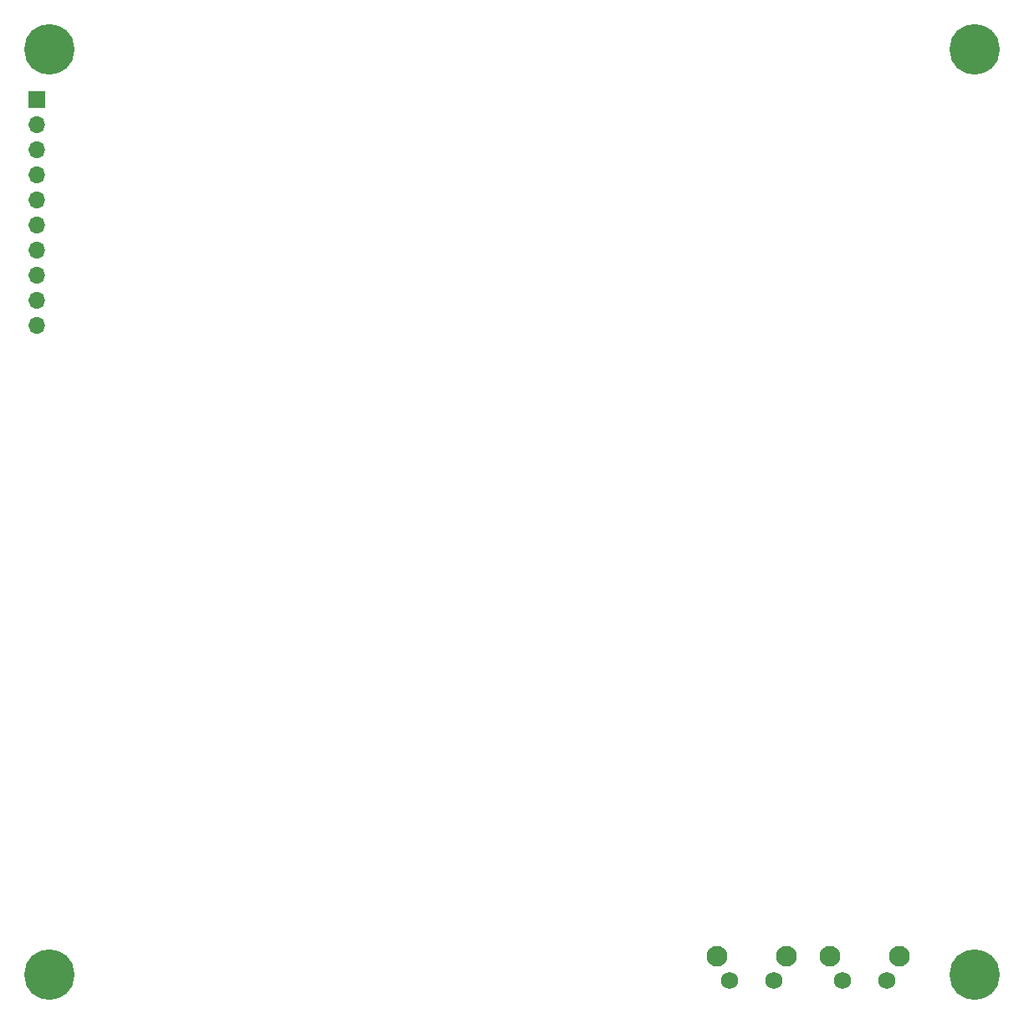
<source format=gts>
G04 #@! TF.GenerationSoftware,KiCad,Pcbnew,(5.1.8)-1*
G04 #@! TF.CreationDate,2022-02-08T00:22:43+01:00*
G04 #@! TF.ProjectId,BulkyMIDI-32 FA1,42756c6b-794d-4494-9449-2d3332204641,rev?*
G04 #@! TF.SameCoordinates,Original*
G04 #@! TF.FileFunction,Soldermask,Top*
G04 #@! TF.FilePolarity,Negative*
%FSLAX46Y46*%
G04 Gerber Fmt 4.6, Leading zero omitted, Abs format (unit mm)*
G04 Created by KiCad (PCBNEW (5.1.8)-1) date 2022-02-08 00:22:43*
%MOMM*%
%LPD*%
G01*
G04 APERTURE LIST*
%ADD10C,2.100000*%
%ADD11C,1.750000*%
%ADD12C,5.100000*%
%ADD13R,1.700000X1.700000*%
%ADD14O,1.700000X1.700000*%
G04 APERTURE END LIST*
D10*
X147935000Y-149580000D03*
D11*
X146685000Y-152070000D03*
X142185000Y-152070000D03*
D10*
X140925000Y-149580000D03*
X159365000Y-149580000D03*
D11*
X158115000Y-152070000D03*
X153615000Y-152070000D03*
D10*
X152355000Y-149580000D03*
D12*
X73355000Y-151435000D03*
X167005000Y-57785000D03*
D13*
X72085000Y-62865000D03*
D14*
X72085000Y-65405000D03*
X72085000Y-67945000D03*
X72085000Y-70485000D03*
X72085000Y-73025000D03*
X72085000Y-75565000D03*
X72085000Y-78105000D03*
X72085000Y-80645000D03*
X72085000Y-83185000D03*
X72085000Y-85725000D03*
D12*
X167005000Y-151435000D03*
X73355000Y-57785000D03*
M02*

</source>
